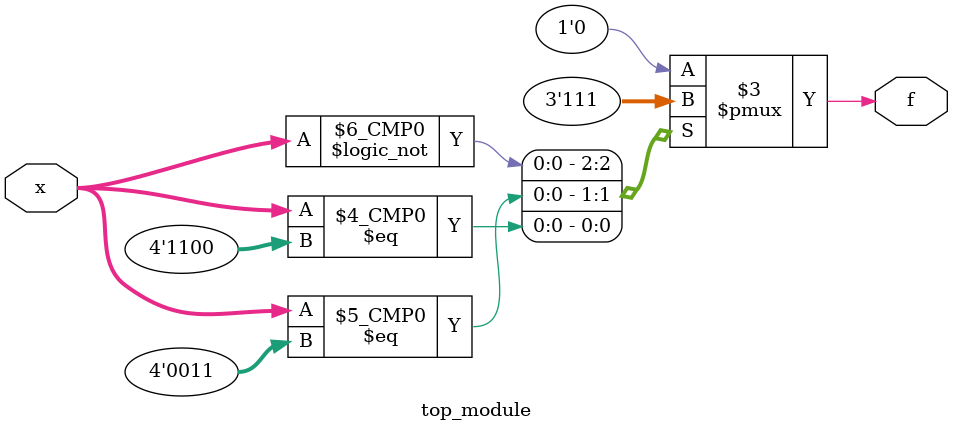
<source format=sv>
module top_module (
	input [4:1] x,
	output logic f
);
  
  always_comb begin
    case (x)
      4'b0000: f = 1;
      4'b0001: f = 0;
      4'b0011: f = 1;
      4'b0110: f = 0;
      4'b1001: f = 0;
      4'b1100: f = 1;
      default: f = 0;
    endcase
  end
  
endmodule

</source>
